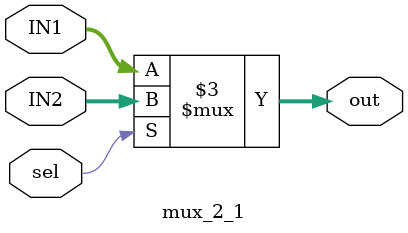
<source format=v>
module mux_2_1 #(parameter In_Width=32 )
(
input   wire    [In_Width-1:0]   IN1,IN2,
input   wire                     sel,
output  reg     [In_Width-1:0]   out
);
always @(*)
  begin
    if(sel)
      begin
        out=IN2;
      end
    else
      begin
        out=IN1;
      end
  end
endmodule

</source>
